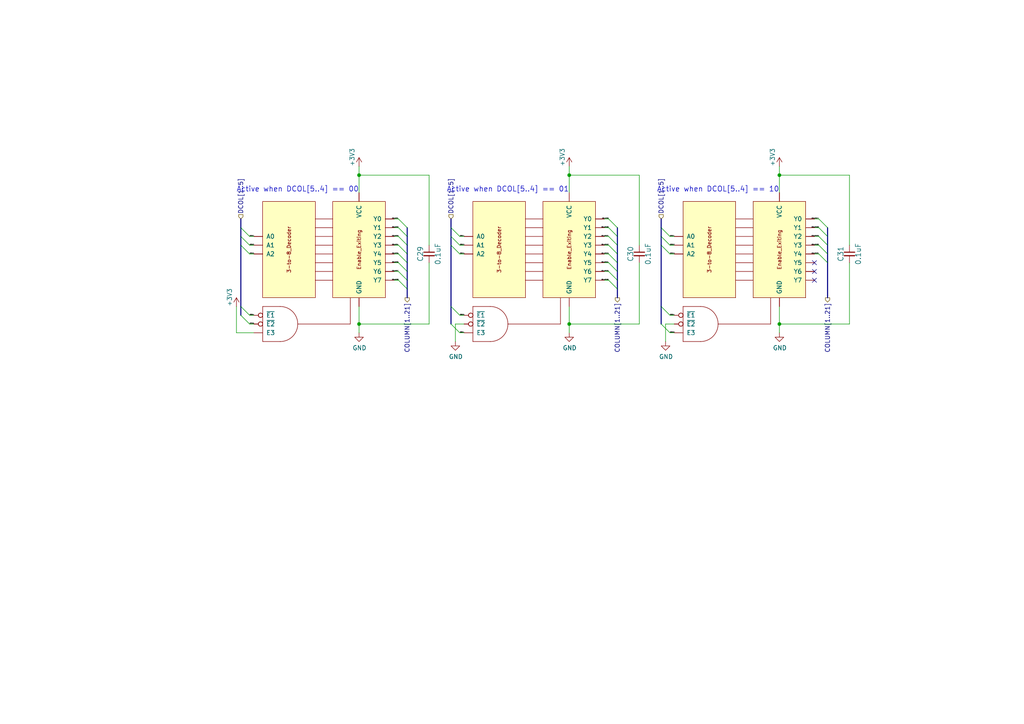
<source format=kicad_sch>
(kicad_sch (version 20211123) (generator eeschema)
  (paper "A4")
  (title_block (title "Column decoder") (rev "1") (company "Rachel Mant"))
  (lib_symbols
    (symbol "Device:C_Small" (pin_numbers hide) (pin_names (offset 0.254) hide)
      (property "Reference" "C" (at 0.254 1.778 0))
      (property "Value" "C_Small" (at 0.254 -2.032 0))
      (symbol "C_Small_0_1"
        (polyline (pts (xy -1.524 -0.508) (xy 1.524 -0.508)) (stroke (width 0.3302)))
        (polyline (pts (xy -1.524 0.508) (xy 1.524 0.508)) (stroke (width 0.3048)))
      )
      (symbol "C_Small_1_1"
        (pin passive line (at 0 2.54 270) (length 2.032) (name "~") (number "1"))
        (pin passive line (at 0 -2.54 90) (length 2.032) (name "~") (number "2"))
      )
    )
    (symbol "MXKeyboard-eagle-import:74HC238BQ" (pin_names (offset 1.016))
      (symbol "74HC238BQ_1_0"
        (arc (start -12.7 -20.32) (mid -9.1079 -18.8321) (end -7.62 -15.24))
        (arc (start -7.62 -15.24) (mid -9.1079 -11.6479) (end -12.7 -10.16))
        (polyline (pts (xy -17.78 -20.32) (xy -12.7 -20.32)))
        (polyline (pts (xy -17.78 -10.16) (xy -17.78 -20.32)))
        (polyline (pts (xy -12.7 -10.16) (xy -17.78 -10.16)))
        (polyline (pts (xy -7.62 -15.24) (xy 7.62 -15.24)))
        (polyline (pts (xy 2.54 -2.54) (xy -2.54 -2.54)))
        (polyline (pts (xy 2.54 0) (xy -2.54 0)))
        (polyline (pts (xy 2.54 2.54) (xy -2.54 2.54)))
        (polyline (pts (xy 2.54 5.08) (xy -2.54 5.08)))
        (polyline (pts (xy 2.54 7.62) (xy -2.54 7.62)))
        (polyline (pts (xy 2.54 10.16) (xy -2.54 10.16)))
        (polyline (pts (xy 2.54 12.7) (xy -2.54 12.7)))
        (polyline (pts (xy 2.54 15.24) (xy -2.54 15.24)))
        (polyline (pts (xy 7.62 -15.24) (xy 7.62 -7.62)))
        (text "3-to-8_Decoder" (at -10.16 6.35 900) (effects (font (size 1.0668 1.0668))))
        (text "Enable_Exiting" (at 10.16 6.35 900) (effects (font (size 1.0668 1.0668))))
        (pin input line (at -20.32 10.16 0) (length 2.54) (name "A0") (number "1"))
        (pin output line (at 20.32 2.54 180) (length 2.54) (name "Y5") (number "10"))
        (pin output line (at 20.32 5.08 180) (length 2.54) (name "Y4") (number "11"))
        (pin output line (at 20.32 7.62 180) (length 2.54) (name "Y3") (number "12"))
        (pin output line (at 20.32 10.16 180) (length 2.54) (name "Y2") (number "13"))
        (pin output line (at 20.32 12.7 180) (length 2.54) (name "Y1") (number "14"))
        (pin output line (at 20.32 15.24 180) (length 2.54) (name "Y0") (number "15"))
        (pin power_in line (at 10.16 22.86 270) (length 2.54) (name "VCC") (number "16"))
        (pin input line (at -20.32 7.62 0) (length 2.54) (name "A1") (number "2"))
        (pin input line (at -20.32 5.08 0) (length 2.54) (name "A2") (number "3"))
        (pin input inverted (at -20.32 -12.7 0) (length 2.54) (name "~{E1}") (number "4"))
        (pin input inverted (at -20.32 -15.24 0) (length 2.54) (name "~{E2}") (number "5"))
        (pin input line (at -20.32 -17.78 0) (length 2.54) (name "E3") (number "6"))
        (pin output line (at 20.32 -2.54 180) (length 2.54) (name "Y7") (number "7"))
        (pin passive line (at 10.16 -10.16 90) (length 2.54) (name "GND") (number "8"))
        (pin output line (at 20.32 0 180) (length 2.54) (name "Y6") (number "9"))
        (pin passive line (at 10.16 -10.16 90) (length 2.54) hide (name "GND") (number "EP"))
      )
      (symbol "74HC238BQ_1_1"
        (rectangle (start -2.54 -7.62) (end -17.78 20.32) (fill (type background)))
        (rectangle (start 17.78 -7.62) (end 2.54 20.32) (fill (type background)))
      )
    )
    (symbol "power:+3.3V" (power) (pin_names (offset 0))
      (property "Value" "+3.3V" (at 0 3.556 0))
      (symbol "+3.3V_0_1"
        (polyline (pts (xy -0.762 1.27) (xy 0 2.54)))
        (polyline (pts (xy 0 0) (xy 0 2.54)))
        (polyline (pts (xy 0 2.54) (xy 0.762 1.27)))
      )
      (symbol "+3.3V_1_1"
        (pin power_in line (at 0 0 90) (length 0) hide (name "+3V3") (number "1"))
      )
    )
    (symbol "power:GND" (power) (pin_names (offset 0))
      (property "Value" "GND" (at 0 -3.81 0))
      (symbol "GND_0_1"
        (polyline (pts (xy 0 0) (xy 0 -1.27) (xy 1.27 -1.27) (xy 0 -2.54) (xy -1.27 -1.27) (xy 0 -1.27)))
      )
      (symbol "GND_1_1"
        (pin power_in line (at 0 0 270) (length 0) hide (name "GND") (number "1"))
      )
    )
  )
  (junction (at 165.1 93.98))
  (junction (at 104.14 93.98))
  (junction (at 165.1 50.8))
  (junction (at 226.06 93.98))
  (junction (at 104.14 50.8))
  (junction (at 226.06 50.8))
  (no_connect (at 236.22 76.2))
  (no_connect (at 236.22 78.74))
  (no_connect (at 236.22 81.28))
  (bus_entry (at 176.53 63.5) (size 2.54 2.54))
  (bus_entry (at 191.77 68.58) (size 2.54 2.54))
  (bus_entry (at 176.53 78.74) (size 2.54 2.54))
  (bus_entry (at 130.81 88.9) (size 2.54 2.54))
  (bus_entry (at 191.77 71.12) (size 2.54 2.54))
  (bus_entry (at 176.53 73.66) (size 2.54 2.54))
  (bus_entry (at 115.57 78.74) (size 2.54 2.54))
  (bus_entry (at 237.49 73.66) (size 2.54 2.54))
  (bus_entry (at 130.81 68.58) (size 2.54 2.54))
  (bus_entry (at 115.57 76.2) (size 2.54 2.54))
  (bus_entry (at 118.11 83.82) (size -2.54 -2.54))
  (bus_entry (at 115.57 71.12) (size 2.54 2.54))
  (bus_entry (at 130.81 93.98) (size 2.54 2.54))
  (bus_entry (at 72.39 68.58) (size -2.54 -2.54))
  (bus_entry (at 237.49 63.5) (size 2.54 2.54))
  (bus_entry (at 133.35 68.58) (size -2.54 -2.54))
  (bus_entry (at 176.53 76.2) (size 2.54 2.54))
  (bus_entry (at 191.77 88.9) (size 2.54 2.54))
  (bus_entry (at 176.53 66.04) (size 2.54 2.54))
  (bus_entry (at 191.77 93.98) (size 2.54 2.54))
  (bus_entry (at 115.57 63.5) (size 2.54 2.54))
  (bus_entry (at 237.49 71.12) (size 2.54 2.54))
  (bus_entry (at 176.53 81.28) (size 2.54 2.54))
  (bus_entry (at 176.53 68.58) (size 2.54 2.54))
  (bus_entry (at 237.49 68.58) (size 2.54 2.54))
  (bus_entry (at 115.57 73.66) (size 2.54 2.54))
  (bus_entry (at 69.85 88.9) (size 2.54 2.54))
  (bus_entry (at 69.85 68.58) (size 2.54 2.54))
  (bus_entry (at 69.85 71.12) (size 2.54 2.54))
  (bus_entry (at 237.49 66.04) (size 2.54 2.54))
  (bus_entry (at 115.57 68.58) (size 2.54 2.54))
  (bus_entry (at 176.53 71.12) (size 2.54 2.54))
  (bus_entry (at 115.57 66.04) (size 2.54 2.54))
  (bus_entry (at 130.81 71.12) (size 2.54 2.54))
  (bus_entry (at 194.31 68.58) (size -2.54 -2.54))
  (bus_entry (at 69.85 91.44) (size 2.54 2.54))
  (bus (pts (xy 69.85 88.9) (xy 69.85 91.44)))
  (wire (pts (xy 194.31 73.66) (xy 195.58 73.66)))
  (wire (pts (xy 175.26 63.5) (xy 176.53 63.5)))
  (wire (pts (xy 124.46 93.98) (xy 104.14 93.98)))
  (wire (pts (xy 73.66 93.98) (xy 72.39 93.98)))
  (wire (pts (xy 124.46 50.8) (xy 124.46 71.12)))
  (wire (pts (xy 165.1 88.9) (xy 165.1 93.98)))
  (wire (pts (xy 226.06 93.98) (xy 226.06 96.52)))
  (wire (pts (xy 165.1 50.8) (xy 165.1 55.88)))
  (wire (pts (xy 226.06 50.8) (xy 246.38 50.8)))
  (bus (pts (xy 118.11 71.12) (xy 118.11 73.66)))
  (bus (pts (xy 118.11 78.74) (xy 118.11 81.28)))
  (bus (pts (xy 130.81 68.58) (xy 130.81 71.12)))
  (wire (pts (xy 237.49 71.12) (xy 236.22 71.12)))
  (wire (pts (xy 114.3 78.74) (xy 115.57 78.74)))
  (bus (pts (xy 130.81 71.12) (xy 130.81 88.9)))
  (bus (pts (xy 191.77 68.58) (xy 191.77 71.12)))
  (wire (pts (xy 134.62 71.12) (xy 133.35 71.12)))
  (wire (pts (xy 104.14 96.52) (xy 104.14 93.98)))
  (bus (pts (xy 179.07 78.74) (xy 179.07 81.28)))
  (wire (pts (xy 104.14 50.8) (xy 124.46 50.8)))
  (wire (pts (xy 175.26 73.66) (xy 176.53 73.66)))
  (bus (pts (xy 69.85 63.5) (xy 69.85 66.04)))
  (wire (pts (xy 165.1 93.98) (xy 165.1 96.52)))
  (wire (pts (xy 246.38 93.98) (xy 226.06 93.98)))
  (wire (pts (xy 246.38 50.8) (xy 246.38 71.12)))
  (wire (pts (xy 114.3 73.66) (xy 115.57 73.66)))
  (wire (pts (xy 114.3 63.5) (xy 115.57 63.5)))
  (wire (pts (xy 115.57 71.12) (xy 114.3 71.12)))
  (bus (pts (xy 240.03 66.04) (xy 240.03 68.58)))
  (wire (pts (xy 68.58 88.9) (xy 68.58 96.52)))
  (bus (pts (xy 130.81 63.5) (xy 130.81 66.04)))
  (bus (pts (xy 130.81 66.04) (xy 130.81 68.58)))
  (wire (pts (xy 176.53 81.28) (xy 175.26 81.28)))
  (wire (pts (xy 134.62 91.44) (xy 133.35 91.44)))
  (bus (pts (xy 179.07 66.04) (xy 179.07 68.58)))
  (bus (pts (xy 179.07 76.2) (xy 179.07 78.74)))
  (bus (pts (xy 179.07 68.58) (xy 179.07 71.12)))
  (bus (pts (xy 179.07 81.28) (xy 179.07 83.82)))
  (bus (pts (xy 191.77 66.04) (xy 191.77 68.58)))
  (wire (pts (xy 115.57 76.2) (xy 114.3 76.2)))
  (wire (pts (xy 165.1 93.98) (xy 185.42 93.98)))
  (wire (pts (xy 175.26 78.74) (xy 176.53 78.74)))
  (wire (pts (xy 236.22 73.66) (xy 237.49 73.66)))
  (wire (pts (xy 104.14 93.98) (xy 104.14 88.9)))
  (wire (pts (xy 68.58 96.52) (xy 73.66 96.52)))
  (wire (pts (xy 185.42 50.8) (xy 165.1 50.8)))
  (wire (pts (xy 132.08 93.98) (xy 132.08 99.06)))
  (bus (pts (xy 69.85 71.12) (xy 69.85 88.9)))
  (wire (pts (xy 194.31 68.58) (xy 195.58 68.58)))
  (wire (pts (xy 185.42 71.12) (xy 185.42 50.8)))
  (wire (pts (xy 236.22 63.5) (xy 237.49 63.5)))
  (wire (pts (xy 236.22 68.58) (xy 237.49 68.58)))
  (bus (pts (xy 118.11 73.66) (xy 118.11 76.2)))
  (bus (pts (xy 191.77 88.9) (xy 191.77 93.98)))
  (bus (pts (xy 191.77 63.5) (xy 191.77 66.04)))
  (wire (pts (xy 104.14 48.26) (xy 104.14 50.8)))
  (wire (pts (xy 185.42 93.98) (xy 185.42 76.2)))
  (wire (pts (xy 193.04 99.06) (xy 193.04 93.98)))
  (bus (pts (xy 240.03 73.66) (xy 240.03 76.2)))
  (wire (pts (xy 124.46 76.2) (xy 124.46 93.98)))
  (wire (pts (xy 176.53 76.2) (xy 175.26 76.2)))
  (bus (pts (xy 240.03 76.2) (xy 240.03 86.36)))
  (wire (pts (xy 246.38 76.2) (xy 246.38 93.98)))
  (bus (pts (xy 130.81 88.9) (xy 130.81 93.98)))
  (bus (pts (xy 118.11 83.82) (xy 118.11 86.36)))
  (wire (pts (xy 226.06 88.9) (xy 226.06 93.98)))
  (wire (pts (xy 72.39 68.58) (xy 73.66 68.58)))
  (bus (pts (xy 118.11 66.04) (xy 118.11 68.58)))
  (wire (pts (xy 133.35 96.52) (xy 134.62 96.52)))
  (wire (pts (xy 133.35 68.58) (xy 134.62 68.58)))
  (wire (pts (xy 114.3 68.58) (xy 115.57 68.58)))
  (bus (pts (xy 179.07 83.82) (xy 179.07 86.36)))
  (bus (pts (xy 240.03 71.12) (xy 240.03 73.66)))
  (wire (pts (xy 193.04 93.98) (xy 195.58 93.98)))
  (wire (pts (xy 133.35 73.66) (xy 134.62 73.66)))
  (wire (pts (xy 176.53 71.12) (xy 175.26 71.12)))
  (wire (pts (xy 226.06 50.8) (xy 226.06 55.88)))
  (bus (pts (xy 69.85 68.58) (xy 69.85 71.12)))
  (wire (pts (xy 195.58 71.12) (xy 194.31 71.12)))
  (wire (pts (xy 115.57 81.28) (xy 114.3 81.28)))
  (wire (pts (xy 176.53 66.04) (xy 175.26 66.04)))
  (bus (pts (xy 69.85 66.04) (xy 69.85 68.58)))
  (bus (pts (xy 118.11 81.28) (xy 118.11 83.82)))
  (wire (pts (xy 175.26 68.58) (xy 176.53 68.58)))
  (wire (pts (xy 195.58 96.52) (xy 194.31 96.52)))
  (wire (pts (xy 72.39 91.44) (xy 73.66 91.44)))
  (bus (pts (xy 179.07 73.66) (xy 179.07 76.2)))
  (wire (pts (xy 226.06 48.26) (xy 226.06 50.8)))
  (bus (pts (xy 240.03 68.58) (xy 240.03 71.12)))
  (bus (pts (xy 118.11 68.58) (xy 118.11 71.12)))
  (wire (pts (xy 115.57 66.04) (xy 114.3 66.04)))
  (wire (pts (xy 72.39 73.66) (xy 73.66 73.66)))
  (wire (pts (xy 73.66 71.12) (xy 72.39 71.12)))
  (wire (pts (xy 165.1 48.26) (xy 165.1 50.8)))
  (bus (pts (xy 191.77 71.12) (xy 191.77 88.9)))
  (wire (pts (xy 237.49 66.04) (xy 236.22 66.04)))
  (wire (pts (xy 104.14 50.8) (xy 104.14 55.88)))
  (wire (pts (xy 194.31 91.44) (xy 195.58 91.44)))
  (bus (pts (xy 179.07 71.12) (xy 179.07 73.66)))
  (bus (pts (xy 118.11 76.2) (xy 118.11 78.74)))
  (wire (pts (xy 134.62 93.98) (xy 132.08 93.98)))
  (text "Active when DCOL[5..4] == 01" (at 129.54 55.88 0) (effects (font (size 1.4986 1.4986)) (justify left bottom)))
  (text "Active when DCOL[5..4] == 10" (at 190.5 55.88 0) (effects (font (size 1.4986 1.4986)) (justify left bottom)))
  (text "Active when DCOL[5..4] == 00" (at 68.58 55.88 0) (effects (font (size 1.4986 1.4986)) (justify left bottom)))
  (label "COLUMN12" (at 176.53 71.12 180) (effects (font (size 0.254 0.254))))
  (label "COLUMN14" (at 176.53 76.2 180) (effects (font (size 0.254 0.254))))
  (label "COLUMN13" (at 176.53 73.66 180) (effects (font (size 0.254 0.254))))
  (label "COLUMN15" (at 176.53 78.74 180) (effects (font (size 0.254 0.254))))
  (label "DCOL1" (at 194.31 68.58 0) (effects (font (size 0.254 0.254))))
  (label "COLUMN17" (at 237.49 63.5 180) (effects (font (size 0.254 0.254))))
  (label "DCOL2" (at 72.39 71.12 0) (effects (font (size 0.254 0.254))))
  (label "COLUMN5" (at 115.57 73.66 180) (effects (font (size 0.254 0.254))))
  (label "DCOL4" (at 194.31 91.44 0) (effects (font (size 0.254 0.254))))
  (label "DCOL4" (at 133.35 96.52 0) (effects (font (size 0.254 0.254))))
  (label "COLUMN4" (at 115.57 71.12 180) (effects (font (size 0.254 0.254))))
  (label "DCOL5" (at 194.31 96.52 0) (effects (font (size 0.254 0.254))))
  (label "COLUMN10" (at 176.53 66.04 180) (effects (font (size 0.254 0.254))))
  (label "DCOL3" (at 194.31 73.66 0) (effects (font (size 0.254 0.254))))
  (label "COLUMN21" (at 237.49 73.66 180) (effects (font (size 0.254 0.254))))
  (label "COLUMN8" (at 115.57 81.28 180) (effects (font (size 0.254 0.254))))
  (label "COLUMN2" (at 115.57 66.04 180) (effects (font (size 0.254 0.254))))
  (label "COLUMN1" (at 115.57 63.5 180) (effects (font (size 0.254 0.254))))
  (label "DCOL5" (at 72.39 93.98 0) (effects (font (size 0.254 0.254))))
  (label "DCOL2" (at 133.35 71.12 0) (effects (font (size 0.254 0.254))))
  (label "DCOL5" (at 133.35 91.44 0) (effects (font (size 0.254 0.254))))
  (label "DCOL3" (at 72.39 73.66 0) (effects (font (size 0.254 0.254))))
  (label "COLUMN7" (at 115.57 78.74 180) (effects (font (size 0.254 0.254))))
  (label "COLUMN11" (at 176.53 68.58 180) (effects (font (size 0.254 0.254))))
  (label "COLUMN19" (at 237.49 68.58 180) (effects (font (size 0.254 0.254))))
  (label "COLUMN9" (at 176.53 63.5 180) (effects (font (size 0.254 0.254))))
  (label "DCOL2" (at 194.31 71.12 0) (effects (font (size 0.254 0.254))))
  (label "COLUMN16" (at 176.53 81.28 180) (effects (font (size 0.254 0.254))))
  (label "DCOL1" (at 133.35 68.58 0) (effects (font (size 0.254 0.254))))
  (label "COLUMN18" (at 237.49 66.04 180) (effects (font (size 0.254 0.254))))
  (label "DCOL3" (at 133.35 73.66 0) (effects (font (size 0.254 0.254))))
  (label "COLUMN6" (at 115.57 76.2 180) (effects (font (size 0.254 0.254))))
  (label "DCOL1" (at 72.39 68.58 0) (effects (font (size 0.254 0.254))))
  (label "COLUMN3" (at 115.57 68.58 180) (effects (font (size 0.254 0.254))))
  (label "DCOL4" (at 72.39 91.44 0) (effects (font (size 0.254 0.254))))
  (label "COLUMN20" (at 237.49 71.12 180) (effects (font (size 0.254 0.254))))
  (hierarchical_label "DCOL[1..5]" (shape input) (at 191.77 63.5 90))
  (hierarchical_label "COLUMN[1..21]" (shape output) (at 240.03 86.36 270))
  (hierarchical_label "DCOL[1..5]" (shape input) (at 69.85 63.5 90))
  (hierarchical_label "COLUMN[1..21]" (shape output) (at 118.11 86.36 270))
  (hierarchical_label "DCOL[1..5]" (shape input) (at 130.81 63.5 90))
  (hierarchical_label "COLUMN[1..21]" (shape output) (at 179.07 86.36 270))
  (symbol (lib_id "Device:C_Small") (at 246.38 73.66 0)
    (property "Reference" "C31" (at 243.84 73.66 90) (effects (font (size 1.4986 1.4986))))
    (property "Value" "0.1uF" (at 248.92 73.66 90) (effects (font (size 1.4986 1.4986))))
    (property "Footprint" "rhais_rcl:C0603" (effects hide))
    (property "Datasheet" "http://www.farnell.com/datasheets/1870456.pdf" (effects hide))
    (property "MFR" "Multicomp" (effects hide))
    (property "MPN" "MC0603B104J250CT" (effects hide))
    (property "OC_FARNELL" "2310559" (effects hide))
    (property "URL_FARNELL" "https://uk.farnell.com/multicomp/mc0603b104j250ct/cap-0-1-f-25v-5-x7r-0603-reel/dp/2310559" (effects hide))
  )
  (symbol (lib_id "MXKeyboard-eagle-import:74HC238BQ") (at 154.94 78.74 0)
    (property "Reference" "U16" (effects hide))
    (property "Value" "74HC238BQ" (effects hide))
    (property "Footprint" "rhais_package-qfn:DQFN16_1EP_2.5x3.5mm_P0.5mm" (effects hide))
    (property "Datasheet" "https://assets.nexperia.com/documents/data-sheet/74HC_HCT238.pdf" (effects hide))
    (property "MFR" "Nexperia" (effects hide))
    (property "MPN" "74HC238BQ,115" (effects hide))
    (property "OC_FARNELL" "2164750" (effects hide))
    (property "URL_FARNELL" "https://uk.farnell.com/nexperia/74hc238bq/ic-3-8-line-decoder-demux-dhvqfn16/dp/2164750" (effects hide))
  )
  (symbol (lib_id "MXKeyboard-eagle-import:74HC238BQ") (at 93.98 78.74 0)
    (property "Reference" "U15" (effects hide))
    (property "Value" "74HC238BQ" (effects hide))
    (property "Footprint" "rhais_package-qfn:DQFN16_1EP_2.5x3.5mm_P0.5mm" (effects hide))
    (property "Datasheet" "https://assets.nexperia.com/documents/data-sheet/74HC_HCT238.pdf" (effects hide))
    (property "MFR" "Nexperia" (effects hide))
    (property "MPN" "74HC238BQ,115" (effects hide))
    (property "OC_FARNELL" "2164750" (effects hide))
    (property "URL_FARNELL" "https://uk.farnell.com/nexperia/74hc238bq/ic-3-8-line-decoder-demux-dhvqfn16/dp/2164750" (effects hide))
  )
  (symbol (lib_id "power:GND") (at 104.14 96.52 0) (unit 1)
    (property "Reference" "#PWR053" (effects hide))
    (property "Value" "GND" (at 104.267 100.9142 0))
  )
  (symbol (lib_id "power:GND") (at 132.08 99.06 0) (unit 1)
    (property "Reference" "#PWR054" (effects hide))
    (property "Value" "GND" (at 132.207 103.4542 0))
  )
  (symbol (lib_id "power:GND") (at 165.1 96.52 0) (unit 1)
    (property "Reference" "#PWR056" (effects hide))
    (property "Value" "GND" (at 165.227 100.9142 0))
  )
  (symbol (lib_id "power:GND") (at 193.04 99.06 0) (unit 1)
    (property "Reference" "#PWR057" (effects hide))
    (property "Value" "GND" (at 193.167 103.4542 0))
  )
  (symbol (lib_id "power:GND") (at 226.06 96.52 0) (unit 1)
    (property "Reference" "#PWR059" (effects hide))
    (property "Value" "GND" (at 226.187 100.9142 0))
  )
  (symbol (lib_id "power:+3.3V") (at 68.58 88.9 0) (unit 1)
    (property "Reference" "#PWR051" (effects hide))
    (property "Value" "+3.3V" (at 67.31 88.9 90) (effects (justify left bottom)))
  )
  (symbol (lib_id "power:+3.3V") (at 104.14 48.26 0) (unit 1)
    (property "Reference" "#PWR052" (effects hide))
    (property "Value" "+3.3V" (at 102.87 48.26 90) (effects (justify left bottom)))
  )
  (symbol (lib_id "power:+3.3V") (at 165.1 48.26 0) (unit 1)
    (property "Reference" "#PWR055" (effects hide))
    (property "Value" "+3.3V" (at 163.83 48.26 90) (effects (justify left bottom)))
  )
  (symbol (lib_id "power:+3.3V") (at 226.06 48.26 0) (unit 1)
    (property "Reference" "#PWR058" (effects hide))
    (property "Value" "+3.3V" (at 224.79 48.26 90) (effects (justify left bottom)))
  )
  (symbol (lib_id "Device:C_Small") (at 124.46 73.66 0)
    (property "Reference" "C29" (at 121.92 73.66 90) (effects (font (size 1.4986 1.4986))))
    (property "Value" "0.1uF" (at 127 73.66 90) (effects (font (size 1.4986 1.4986))))
    (property "Footprint" "rhais_rcl:C0603" (effects hide))
    (property "Datasheet" "http://www.farnell.com/datasheets/1870456.pdf" (effects hide))
    (property "MFR" "Multicomp" (effects hide))
    (property "MPN" "MC0603B104J250CT" (effects hide))
    (property "OC_FARNELL" "2310559" (effects hide))
    (property "URL_FARNELL" "https://uk.farnell.com/multicomp/mc0603b104j250ct/cap-0-1-f-25v-5-x7r-0603-reel/dp/2310559" (effects hide))
  )
  (symbol (lib_id "Device:C_Small") (at 185.42 73.66 0)
    (property "Reference" "C30" (at 182.88 73.66 90) (effects (font (size 1.4986 1.4986))))
    (property "Value" "0.1uF" (at 187.96 73.66 90) (effects (font (size 1.4986 1.4986))))
    (property "Footprint" "rhais_rcl:C0603" (effects hide))
    (property "Datasheet" "http://www.farnell.com/datasheets/1870456.pdf" (effects hide))
    (property "MFR" "Multicomp" (effects hide))
    (property "MPN" "MC0603B104J250CT" (effects hide))
    (property "OC_FARNELL" "2310559" (effects hide))
    (property "URL_FARNELL" "https://uk.farnell.com/multicomp/mc0603b104j250ct/cap-0-1-f-25v-5-x7r-0603-reel/dp/2310559" (effects hide))
  )
  (symbol (lib_id "MXKeyboard-eagle-import:74HC238BQ") (at 215.9 78.74 0)
    (property "Reference" "U17" (effects hide))
    (property "Value" "74HC238BQ" (effects hide))
    (property "Footprint" "rhais_package-qfn:DQFN16_1EP_2.5x3.5mm_P0.5mm" (effects hide))
    (property "Datasheet" "https://assets.nexperia.com/documents/data-sheet/74HC_HCT238.pdf" (effects hide))
    (property "MFR" "Nexperia" (effects hide))
    (property "MPN" "74HC238BQ,115" (effects hide))
    (property "OC_FARNELL" "2164750" (effects hide))
    (property "URL_FARNELL" "https://uk.farnell.com/nexperia/74hc238bq/ic-3-8-line-decoder-demux-dhvqfn16/dp/2164750" (effects hide))
  )
)
</source>
